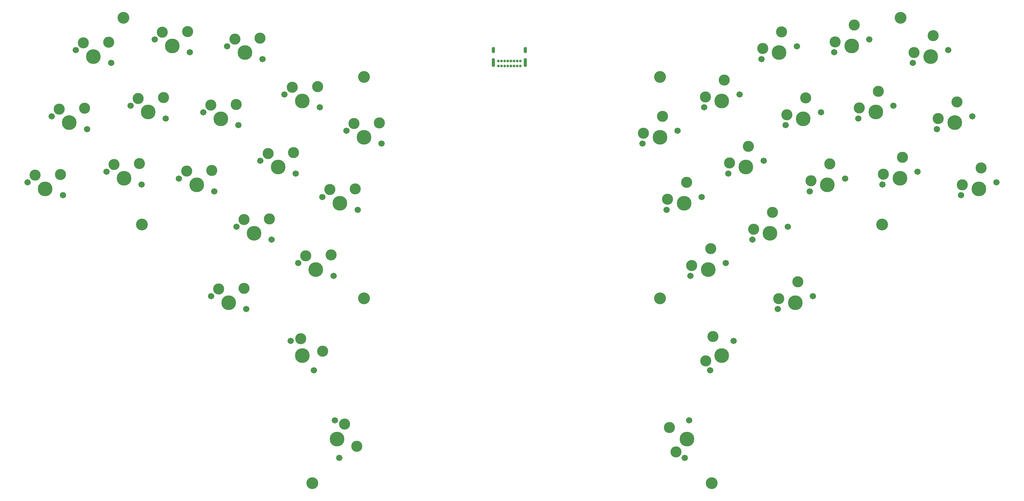
<source format=gbr>
%TF.GenerationSoftware,KiCad,Pcbnew,(7.0.0)*%
%TF.CreationDate,2023-03-24T16:17:47-04:00*%
%TF.ProjectId,pteropus,70746572-6f70-4757-932e-6b696361645f,rev?*%
%TF.SameCoordinates,Original*%
%TF.FileFunction,Soldermask,Top*%
%TF.FilePolarity,Negative*%
%FSLAX46Y46*%
G04 Gerber Fmt 4.6, Leading zero omitted, Abs format (unit mm)*
G04 Created by KiCad (PCBNEW (7.0.0)) date 2023-03-24 16:17:47*
%MOMM*%
%LPD*%
G01*
G04 APERTURE LIST*
%ADD10C,1.701800*%
%ADD11C,3.000000*%
%ADD12C,3.987800*%
%ADD13C,3.200000*%
%ADD14C,0.700000*%
%ADD15O,0.900000X1.700000*%
%ADD16O,0.900000X2.400000*%
G04 APERTURE END LIST*
D10*
%TO.C,SW19*%
X58445361Y-31167462D03*
D11*
X58770040Y-28346277D03*
D12*
X63219000Y-29430000D03*
D11*
X63868357Y-23787630D03*
D10*
X67992639Y-27692538D03*
%TD*%
%TO.C,SW27*%
X-57804639Y-55398538D03*
D11*
X-55742498Y-53446084D03*
D12*
X-53031000Y-57136000D03*
D11*
X-48906718Y-53231093D03*
D10*
X-48257361Y-58873462D03*
%TD*%
D13*
%TO.C,H3*%
X105000000Y11000000D03*
%TD*%
D10*
%TO.C,SW5*%
X-76984639Y3301462D03*
D11*
X-74922498Y5253916D03*
D12*
X-72211000Y1564000D03*
D11*
X-68086718Y5468907D03*
D10*
X-67437361Y-173462D03*
%TD*%
%TO.C,SW18*%
X41741361Y-40971462D03*
D11*
X42066040Y-38150277D03*
D12*
X46515000Y-39234000D03*
D11*
X47164357Y-33591630D03*
D10*
X51288639Y-37496538D03*
%TD*%
%TO.C,SW12*%
X108369361Y-1237462D03*
D11*
X108694040Y1583723D03*
D12*
X113143000Y500000D03*
D11*
X113792357Y6142370D03*
D10*
X117916639Y2237462D03*
%TD*%
%TO.C,SW10*%
X67437361Y-173462D03*
D11*
X67762040Y2647723D03*
D12*
X72211000Y1564000D03*
D11*
X72860357Y7206370D03*
D10*
X76984639Y3301462D03*
%TD*%
D13*
%TO.C,H8*%
X-100000000Y-45000000D03*
%TD*%
D10*
%TO.C,SW11*%
X87048361Y1643538D03*
D11*
X87373040Y4464723D03*
D12*
X91822000Y3381000D03*
D11*
X92471357Y9023370D03*
D10*
X96595639Y5118462D03*
%TD*%
%TO.C,SW16*%
X-67993639Y-27692538D03*
D11*
X-65931498Y-25740084D03*
D12*
X-63220000Y-29430000D03*
D11*
X-59095718Y-25525093D03*
D10*
X-58446361Y-31167462D03*
%TD*%
%TO.C,SW4*%
X-96596639Y5118462D03*
D11*
X-94534498Y7070916D03*
D12*
X-91823000Y3381000D03*
D11*
X-87698718Y7285907D03*
D10*
X-87049361Y1643538D03*
%TD*%
%TO.C,SW14*%
X-103111639Y-12782538D03*
D11*
X-101049498Y-10830084D03*
D12*
X-98338000Y-14520000D03*
D11*
X-94213718Y-10615093D03*
D10*
X-93564361Y-16257462D03*
%TD*%
%TO.C,SW25*%
X-90015639Y-32500538D03*
D11*
X-87953498Y-30548084D03*
D12*
X-85242000Y-34238000D03*
D11*
X-81117718Y-30333093D03*
D10*
X-80468361Y-35975462D03*
%TD*%
%TO.C,SW8*%
X35226361Y-23070462D03*
D11*
X35551040Y-20249277D03*
D12*
X40000000Y-21333000D03*
D11*
X40649357Y-15690630D03*
D10*
X44773639Y-19595538D03*
%TD*%
%TO.C,SW15*%
X-83468639Y-14599538D03*
D11*
X-81406498Y-12647084D03*
D12*
X-78695000Y-16337000D03*
D11*
X-74570718Y-12432093D03*
D10*
X-73921361Y-18074462D03*
%TD*%
%TO.C,SW28*%
X48257361Y-58873462D03*
D11*
X48582040Y-56052277D03*
D12*
X53031000Y-57136000D03*
D11*
X53680357Y-51493630D03*
D10*
X57804639Y-55398538D03*
%TD*%
%TO.C,SW3*%
X-117917639Y2237462D03*
D11*
X-115855498Y4189916D03*
D12*
X-113144000Y500000D03*
D11*
X-109019718Y4404907D03*
D10*
X-108370361Y-1237462D03*
%TD*%
D13*
%TO.C,H6*%
X-40000000Y-65000000D03*
%TD*%
D10*
%TO.C,SW20*%
X73952361Y-18074462D03*
D11*
X74277040Y-15253277D03*
D12*
X78726000Y-16337000D03*
D11*
X79375357Y-10694630D03*
D10*
X83499639Y-14599538D03*
%TD*%
D13*
%TO.C,H1*%
X-105000000Y11000000D03*
%TD*%
D10*
%TO.C,SW34*%
X-59860126Y-76474388D03*
D11*
X-57080788Y-75891478D03*
D12*
X-56704000Y-80455000D03*
D11*
X-51145325Y-79289180D03*
D10*
X-53547874Y-84435612D03*
%TD*%
%TO.C,SW38*%
X71801361Y-67862462D03*
D11*
X72126040Y-65041277D03*
D12*
X76575000Y-66125000D03*
D11*
X77224357Y-60482630D03*
D10*
X81348639Y-64387538D03*
%TD*%
%TO.C,SW26*%
X-74508639Y-45593538D03*
D11*
X-72446498Y-43641084D03*
D12*
X-69735000Y-47331000D03*
D11*
X-65610718Y-43426093D03*
D10*
X-64961361Y-49068462D03*
%TD*%
%TO.C,SW24*%
X-109627639Y-30683538D03*
D11*
X-107565498Y-28731084D03*
D12*
X-104854000Y-32421000D03*
D11*
X-100729718Y-28516093D03*
D10*
X-100080361Y-34158462D03*
%TD*%
D13*
%TO.C,H7*%
X-40000000Y-5000000D03*
%TD*%
D10*
%TO.C,SW22*%
X114885361Y-19138462D03*
D11*
X115210040Y-16317277D03*
D12*
X119659000Y-17401000D03*
D11*
X120308357Y-11758630D03*
D10*
X124432639Y-15663538D03*
%TD*%
%TO.C,SW33*%
X-81349639Y-64387538D03*
D11*
X-79287498Y-62435084D03*
D12*
X-76576000Y-66125000D03*
D11*
X-72451718Y-62220093D03*
D10*
X-71802361Y-67862462D03*
%TD*%
%TO.C,SW32*%
X121400361Y-37039462D03*
D11*
X121725040Y-34218277D03*
D12*
X126174000Y-35302000D03*
D11*
X126823357Y-29659630D03*
D10*
X130947639Y-33564538D03*
%TD*%
%TO.C,SW37*%
X53546874Y-84435612D03*
D11*
X52345600Y-81862396D03*
D12*
X56703000Y-80455000D03*
D11*
X54300451Y-75308568D03*
D10*
X59859126Y-76474388D03*
%TD*%
%TO.C,SW9*%
X51930361Y-13266462D03*
D11*
X52255040Y-10445277D03*
D12*
X56704000Y-11529000D03*
D11*
X57353357Y-5886630D03*
D10*
X61477639Y-9791538D03*
%TD*%
%TO.C,SW6*%
X-61477639Y-9791538D03*
D11*
X-59415498Y-7839084D03*
D12*
X-56704000Y-11529000D03*
D11*
X-52579718Y-7624093D03*
D10*
X-51930361Y-13266462D03*
%TD*%
%TO.C,SW7*%
X-44773639Y-19595538D03*
D11*
X-42711498Y-17643084D03*
D12*
X-40000000Y-21333000D03*
D11*
X-35875718Y-17428093D03*
D10*
X-35226361Y-23070462D03*
%TD*%
D13*
%TO.C,H5*%
X100000000Y-45000000D03*
%TD*%
%TO.C,H4*%
X40000000Y-65000000D03*
%TD*%
D10*
%TO.C,SW31*%
X100079361Y-34158462D03*
D11*
X100404040Y-31337277D03*
D12*
X104853000Y-32421000D03*
D11*
X105502357Y-26778630D03*
D10*
X109626639Y-30683538D03*
%TD*%
%TO.C,SW13*%
X-124433639Y-15663538D03*
D11*
X-122371498Y-13711084D03*
D12*
X-119660000Y-17401000D03*
D11*
X-115535718Y-13496093D03*
D10*
X-114886361Y-19138462D03*
%TD*%
%TO.C,SW30*%
X80468361Y-35975462D03*
D11*
X80793040Y-33154277D03*
D12*
X85242000Y-34238000D03*
D11*
X85891357Y-28595630D03*
D10*
X90015639Y-32500538D03*
%TD*%
%TO.C,SW21*%
X93563361Y-16257462D03*
D11*
X93888040Y-13436277D03*
D12*
X98337000Y-14520000D03*
D11*
X98986357Y-8877630D03*
D10*
X103110639Y-12782538D03*
%TD*%
%TO.C,SW29*%
X64961361Y-49068462D03*
D11*
X65286040Y-46247277D03*
D12*
X69735000Y-47331000D03*
D11*
X70384357Y-41688630D03*
D10*
X74508639Y-45593538D03*
%TD*%
D13*
%TO.C,H2*%
X40000000Y-5000000D03*
%TD*%
D10*
%TO.C,SW35*%
X-47887373Y-98027840D03*
D11*
X-45214700Y-98987694D03*
D12*
X-47285000Y-103072000D03*
D11*
X-41939654Y-104991707D03*
D10*
X-46682627Y-108116160D03*
%TD*%
%TO.C,SW17*%
X-51289639Y-37496538D03*
D11*
X-49227498Y-35544084D03*
D12*
X-46516000Y-39234000D03*
D11*
X-42391718Y-35329093D03*
D10*
X-41742361Y-40971462D03*
%TD*%
D13*
%TO.C,H10*%
X54000000Y-115000000D03*
%TD*%
D10*
%TO.C,SW36*%
X46681627Y-108116160D03*
D11*
X44310141Y-106553934D03*
D12*
X47284000Y-103072000D03*
D11*
X42541027Y-99947548D03*
D10*
X47886373Y-98027840D03*
%TD*%
%TO.C,SW23*%
X-130948639Y-33564538D03*
D11*
X-128886498Y-31612084D03*
D12*
X-126175000Y-35302000D03*
D11*
X-122050718Y-31397093D03*
D10*
X-121401361Y-37039462D03*
%TD*%
D13*
%TO.C,H9*%
X-54000000Y-115000000D03*
%TD*%
D14*
%TO.C,J1*%
X-3672524Y-2076744D03*
X-2822524Y-2076744D03*
X-1972524Y-2076744D03*
X-1122524Y-2076744D03*
X-272524Y-2076744D03*
X577476Y-2076744D03*
X1427476Y-2076744D03*
X2277476Y-2076744D03*
X2277476Y-726744D03*
X1427476Y-726744D03*
X577476Y-726744D03*
X-272524Y-726744D03*
X-1122524Y-726744D03*
X-1972524Y-726744D03*
X-2822524Y-726744D03*
X-3672524Y-726744D03*
D15*
X-5022523Y2283255D03*
D16*
X-5022523Y-1096743D03*
D15*
X3627475Y2283255D03*
D16*
X3627475Y-1096743D03*
%TD*%
M02*

</source>
